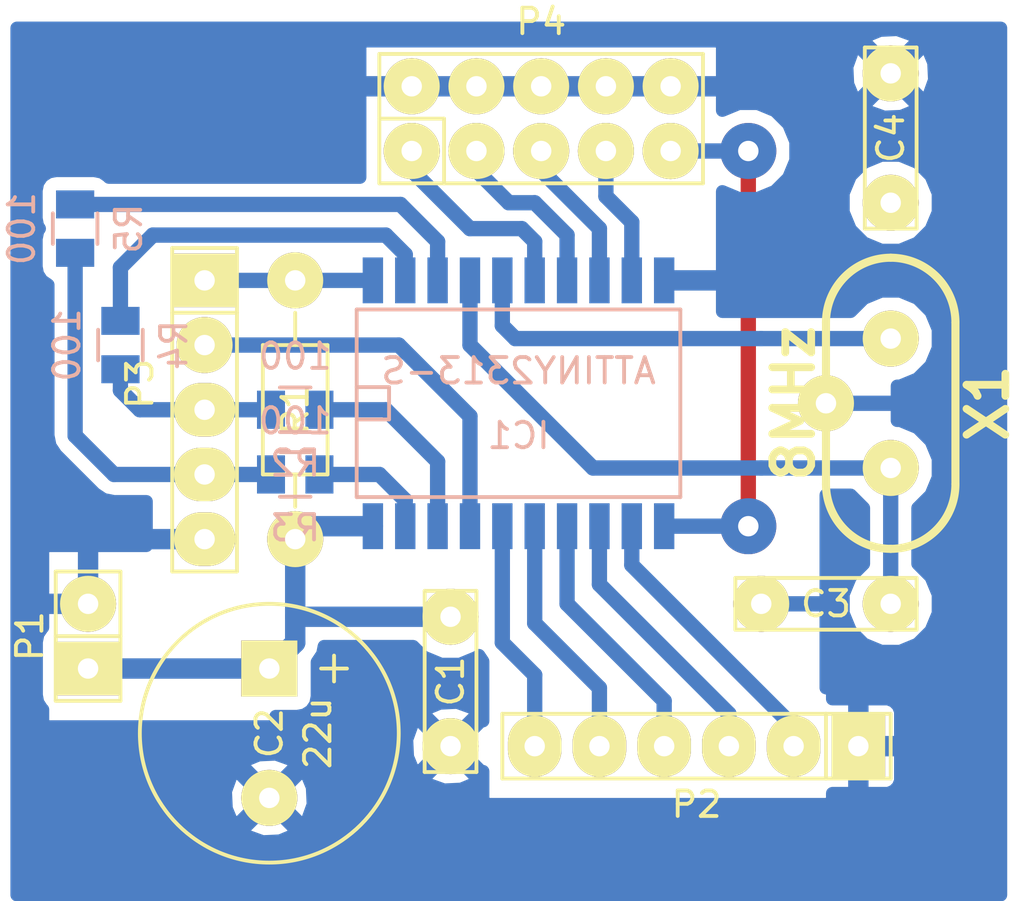
<source format=kicad_pcb>
(kicad_pcb (version 4) (host pcbnew "(2015-12-22 BZR 6403, Git 415c722)-product")

  (general
    (links 42)
    (no_connects 1)
    (area 0 0 0 0)
    (thickness 1.6)
    (drawings 0)
    (tracks 92)
    (zones 0)
    (modules 15)
    (nets 23)
  )

  (page A4)
  (layers
    (0 F.Cu signal)
    (31 B.Cu signal)
    (32 B.Adhes user)
    (33 F.Adhes user)
    (34 B.Paste user)
    (35 F.Paste user)
    (36 B.SilkS user)
    (37 F.SilkS user)
    (38 B.Mask user)
    (39 F.Mask user)
    (40 Dwgs.User user)
    (41 Cmts.User user)
    (42 Eco1.User user)
    (43 Eco2.User user)
    (44 Edge.Cuts user)
    (45 Margin user)
    (46 B.CrtYd user)
    (47 F.CrtYd user)
    (48 B.Fab user)
    (49 F.Fab user)
  )

  (setup
    (last_trace_width 0.6)
    (user_trace_width 0.8)
    (user_trace_width 1)
    (trace_clearance 0.2)
    (zone_clearance 0.508)
    (zone_45_only no)
    (trace_min 0.2)
    (segment_width 0.2)
    (edge_width 0.15)
    (via_size 2.2)
    (via_drill 0.8)
    (via_min_size 0.4)
    (via_min_drill 0.3)
    (uvia_size 0.3)
    (uvia_drill 0.1)
    (uvias_allowed no)
    (uvia_min_size 0.2)
    (uvia_min_drill 0.1)
    (pcb_text_width 0.3)
    (pcb_text_size 1.5 1.5)
    (mod_edge_width 0.15)
    (mod_text_size 1 1)
    (mod_text_width 0.15)
    (pad_size 2.2 2.2)
    (pad_drill 0.8001)
    (pad_to_mask_clearance 0.2)
    (aux_axis_origin 0 0)
    (visible_elements FFFCFF7F)
    (pcbplotparams
      (layerselection 0x00000_80000000)
      (usegerberextensions false)
      (excludeedgelayer true)
      (linewidth 0.100000)
      (plotframeref false)
      (viasonmask false)
      (mode 1)
      (useauxorigin false)
      (hpglpennumber 1)
      (hpglpenspeed 20)
      (hpglpendiameter 15)
      (hpglpenoverlay 2)
      (psnegative false)
      (psa4output false)
      (plotreference true)
      (plotvalue true)
      (plotinvisibletext false)
      (padsonsilk false)
      (subtractmaskfromsilk false)
      (outputformat 5)
      (mirror false)
      (drillshape 1)
      (scaleselection 1)
      (outputdirectory ""))
  )

  (net 0 "")
  (net 1 "Net-(C1-Pad1)")
  (net 2 GND)
  (net 3 "Net-(C3-Pad1)")
  (net 4 "Net-(C4-Pad1)")
  (net 5 "Net-(IC1-Pad12)")
  (net 6 "Net-(IC1-Pad13)")
  (net 7 "Net-(IC1-Pad14)")
  (net 8 "Net-(IC1-Pad15)")
  (net 9 "Net-(IC1-Pad16)")
  (net 10 "Net-(IC1-Pad17)")
  (net 11 "Net-(IC1-Pad18)")
  (net 12 "Net-(IC1-Pad19)")
  (net 13 "Net-(IC1-Pad1)")
  (net 14 "Net-(IC1-Pad2)")
  (net 15 "Net-(IC1-Pad3)")
  (net 16 "Net-(IC1-Pad6)")
  (net 17 "Net-(IC1-Pad7)")
  (net 18 "Net-(IC1-Pad8)")
  (net 19 "Net-(IC1-Pad9)")
  (net 20 "Net-(IC1-Pad11)")
  (net 21 "Net-(P3-Pad3)")
  (net 22 "Net-(P3-Pad4)")

  (net_class Default "This is the default net class."
    (clearance 0.2)
    (trace_width 0.6)
    (via_dia 2.2)
    (via_drill 0.8)
    (uvia_dia 0.3)
    (uvia_drill 0.1)
    (add_net GND)
    (add_net "Net-(C1-Pad1)")
    (add_net "Net-(C3-Pad1)")
    (add_net "Net-(C4-Pad1)")
    (add_net "Net-(IC1-Pad1)")
    (add_net "Net-(IC1-Pad11)")
    (add_net "Net-(IC1-Pad12)")
    (add_net "Net-(IC1-Pad13)")
    (add_net "Net-(IC1-Pad14)")
    (add_net "Net-(IC1-Pad15)")
    (add_net "Net-(IC1-Pad16)")
    (add_net "Net-(IC1-Pad17)")
    (add_net "Net-(IC1-Pad18)")
    (add_net "Net-(IC1-Pad19)")
    (add_net "Net-(IC1-Pad2)")
    (add_net "Net-(IC1-Pad3)")
    (add_net "Net-(IC1-Pad6)")
    (add_net "Net-(IC1-Pad7)")
    (add_net "Net-(IC1-Pad8)")
    (add_net "Net-(IC1-Pad9)")
    (add_net "Net-(P3-Pad3)")
    (add_net "Net-(P3-Pad4)")
  )

  (module Pin_Headers:Pin_Header_Straight_2x05 (layer F.Cu) (tedit 569FFE18) (tstamp 569FFA6D)
    (at 123.444 122.174)
    (descr "Through hole pin header")
    (tags "pin header")
    (path /56A0049B)
    (fp_text reference P4 (at 0 -3.81) (layer F.SilkS)
      (effects (font (size 1 1) (thickness 0.15)))
    )
    (fp_text value EXTRA (at 0 0) (layer F.SilkS) hide
      (effects (font (size 1 1) (thickness 0.15)))
    )
    (fp_line (start -6.35 -2.54) (end 6.35 -2.54) (layer F.SilkS) (width 0.15))
    (fp_line (start 6.35 -2.54) (end 6.35 2.54) (layer F.SilkS) (width 0.15))
    (fp_line (start 6.35 2.54) (end -3.81 2.54) (layer F.SilkS) (width 0.15))
    (fp_line (start -6.35 -2.54) (end -6.35 0) (layer F.SilkS) (width 0.15))
    (fp_line (start -6.35 2.54) (end -3.81 2.54) (layer F.SilkS) (width 0.15))
    (fp_line (start -6.35 0) (end -3.81 0) (layer F.SilkS) (width 0.15))
    (fp_line (start -3.81 0) (end -3.81 2.54) (layer F.SilkS) (width 0.15))
    (fp_line (start -6.35 2.54) (end -6.35 0) (layer F.SilkS) (width 0.15))
    (pad 1 thru_hole circle (at -5.08 1.27) (size 2.2 2.2) (drill 0.8001) (layers *.Cu *.Mask F.SilkS)
      (net 16 "Net-(IC1-Pad6)"))
    (pad 2 thru_hole circle (at -5.08 -1.27) (size 2.2 2.2) (drill 0.8001) (layers *.Cu *.Mask F.SilkS)
      (net 2 GND))
    (pad 3 thru_hole circle (at -2.54 1.27) (size 2.2 2.2) (drill 0.8001) (layers *.Cu *.Mask F.SilkS)
      (net 17 "Net-(IC1-Pad7)"))
    (pad 4 thru_hole circle (at -2.54 -1.27) (size 2.2 2.2) (drill 0.8001) (layers *.Cu *.Mask F.SilkS)
      (net 2 GND))
    (pad 5 thru_hole circle (at 0 1.27) (size 2.2 2.2) (drill 0.8001) (layers *.Cu *.Mask F.SilkS)
      (net 18 "Net-(IC1-Pad8)"))
    (pad 6 thru_hole circle (at 0 -1.27) (size 2.2 2.2) (drill 0.8001) (layers *.Cu *.Mask F.SilkS)
      (net 2 GND))
    (pad 7 thru_hole circle (at 2.54 1.27) (size 2.2 2.2) (drill 0.8001) (layers *.Cu *.Mask F.SilkS)
      (net 19 "Net-(IC1-Pad9)"))
    (pad 8 thru_hole circle (at 2.54 -1.27) (size 2.2 2.2) (drill 0.8001) (layers *.Cu *.Mask F.SilkS)
      (net 2 GND))
    (pad 9 thru_hole circle (at 5.08 1.27) (size 2.2 2.2) (drill 0.8001) (layers *.Cu *.Mask F.SilkS)
      (net 20 "Net-(IC1-Pad11)"))
    (pad 10 thru_hole circle (at 5.08 -1.27) (size 2.2 2.2) (drill 0.8001) (layers *.Cu *.Mask F.SilkS)
      (net 2 GND))
    (model Pin_Headers/Pin_Header_Straight_2x05.wrl
      (at (xyz 0 0 0))
      (scale (xyz 1 1 1))
      (rotate (xyz 0 0 0))
    )
  )

  (module SMD_Packages:SO-20-L (layer B.Cu) (tedit 561BC7C2) (tstamp 560C4919)
    (at 122.555 133.35)
    (descr "Cms SOJ 20 pins large")
    (tags "CMS SOJ")
    (path /560C33C8)
    (attr smd)
    (fp_text reference IC1 (at 0 1.27) (layer B.SilkS)
      (effects (font (size 1 1) (thickness 0.15)) (justify mirror))
    )
    (fp_text value ATTINY2313-S (at 0 -1.27) (layer B.SilkS)
      (effects (font (size 1 1) (thickness 0.15)) (justify mirror))
    )
    (fp_line (start 6.35 -3.683) (end 6.35 3.683) (layer B.SilkS) (width 0.15))
    (fp_line (start -6.35 3.683) (end -6.35 -3.683) (layer B.SilkS) (width 0.15))
    (fp_line (start 6.35 -3.683) (end -6.35 -3.683) (layer B.SilkS) (width 0.15))
    (fp_line (start -6.35 3.683) (end 6.35 3.683) (layer B.SilkS) (width 0.15))
    (fp_line (start -6.35 0.635) (end -5.08 0.635) (layer B.SilkS) (width 0.15))
    (fp_line (start -5.08 0.635) (end -5.08 -0.635) (layer B.SilkS) (width 0.15))
    (fp_line (start -5.08 -0.635) (end -6.35 -0.635) (layer B.SilkS) (width 0.15))
    (pad 11 smd rect (at 5.715 4.826) (size 0.8 1.8) (layers B.Cu B.Paste B.Mask)
      (net 20 "Net-(IC1-Pad11)"))
    (pad 12 smd rect (at 4.445 4.826) (size 0.8 1.8) (layers B.Cu B.Paste B.Mask)
      (net 5 "Net-(IC1-Pad12)"))
    (pad 13 smd rect (at 3.175 4.826) (size 0.8 1.8) (layers B.Cu B.Paste B.Mask)
      (net 6 "Net-(IC1-Pad13)"))
    (pad 14 smd rect (at 1.905 4.826) (size 0.8 1.8) (layers B.Cu B.Paste B.Mask)
      (net 7 "Net-(IC1-Pad14)"))
    (pad 15 smd rect (at 0.635 4.826) (size 0.8 1.8) (layers B.Cu B.Paste B.Mask)
      (net 8 "Net-(IC1-Pad15)"))
    (pad 16 smd rect (at -0.635 4.826) (size 0.8 1.8) (layers B.Cu B.Paste B.Mask)
      (net 9 "Net-(IC1-Pad16)"))
    (pad 17 smd rect (at -1.905 4.826) (size 0.8 1.8) (layers B.Cu B.Paste B.Mask)
      (net 10 "Net-(IC1-Pad17)"))
    (pad 18 smd rect (at -3.175 4.826) (size 0.8 1.8) (layers B.Cu B.Paste B.Mask)
      (net 11 "Net-(IC1-Pad18)"))
    (pad 19 smd rect (at -4.445 4.826) (size 0.8 1.8) (layers B.Cu B.Paste B.Mask)
      (net 12 "Net-(IC1-Pad19)"))
    (pad 20 smd rect (at -5.715 4.826) (size 0.8 1.8) (layers B.Cu B.Paste B.Mask)
      (net 1 "Net-(C1-Pad1)"))
    (pad 1 smd rect (at -5.715 -4.826) (size 0.8 1.8) (layers B.Cu B.Paste B.Mask)
      (net 13 "Net-(IC1-Pad1)"))
    (pad 2 smd rect (at -4.445 -4.826) (size 0.8 1.8) (layers B.Cu B.Paste B.Mask)
      (net 14 "Net-(IC1-Pad2)"))
    (pad 3 smd rect (at -3.175 -4.826) (size 0.8 1.8) (layers B.Cu B.Paste B.Mask)
      (net 15 "Net-(IC1-Pad3)"))
    (pad 4 smd rect (at -1.905 -4.826) (size 0.8 1.8) (layers B.Cu B.Paste B.Mask)
      (net 3 "Net-(C3-Pad1)"))
    (pad 5 smd rect (at -0.635 -4.826) (size 0.8 1.8) (layers B.Cu B.Paste B.Mask)
      (net 4 "Net-(C4-Pad1)"))
    (pad 6 smd rect (at 0.635 -4.826) (size 0.8 1.8) (layers B.Cu B.Paste B.Mask)
      (net 16 "Net-(IC1-Pad6)"))
    (pad 7 smd rect (at 1.905 -4.826) (size 0.8 1.8) (layers B.Cu B.Paste B.Mask)
      (net 17 "Net-(IC1-Pad7)"))
    (pad 8 smd rect (at 3.175 -4.826) (size 0.8 1.8) (layers B.Cu B.Paste B.Mask)
      (net 18 "Net-(IC1-Pad8)"))
    (pad 9 smd rect (at 4.445 -4.826) (size 0.8 1.8) (layers B.Cu B.Paste B.Mask)
      (net 19 "Net-(IC1-Pad9)"))
    (pad 10 smd rect (at 5.715 -4.826) (size 0.8 1.8) (layers B.Cu B.Paste B.Mask)
      (net 2 GND))
    (model SMD_Packages/SO-20-L.wrl
      (at (xyz 0 0 0))
      (scale (xyz 0.5 0.6 0.5))
      (rotate (xyz 0 0 0))
    )
  )

  (module Resistors_ThroughHole:Resistor_Horizontal_RM10mm (layer F.Cu) (tedit 561BBAC0) (tstamp 560C494A)
    (at 113.792 133.604 90)
    (descr "Resistor, Axial,  RM 10mm, 1/3W,")
    (tags "Resistor, Axial, RM 10mm, 1/3W,")
    (path /560C6A62)
    (fp_text reference R1 (at 0 0 90) (layer F.SilkS)
      (effects (font (size 1 1) (thickness 0.15)))
    )
    (fp_text value 10k (at 3.81 3.81 90) (layer F.SilkS) hide
      (effects (font (size 1 1) (thickness 0.15)))
    )
    (fp_line (start -2.54 -1.27) (end 2.54 -1.27) (layer F.SilkS) (width 0.15))
    (fp_line (start 2.54 -1.27) (end 2.54 1.27) (layer F.SilkS) (width 0.15))
    (fp_line (start 2.54 1.27) (end -2.54 1.27) (layer F.SilkS) (width 0.15))
    (fp_line (start -2.54 1.27) (end -2.54 -1.27) (layer F.SilkS) (width 0.15))
    (fp_line (start -2.54 0) (end -3.81 0) (layer F.SilkS) (width 0.15))
    (fp_line (start 2.54 0) (end 3.81 0) (layer F.SilkS) (width 0.15))
    (pad 1 thru_hole circle (at -5.08 0 90) (size 2.2 2.2) (drill 0.8001) (layers *.Cu *.Mask F.SilkS)
      (net 1 "Net-(C1-Pad1)"))
    (pad 2 thru_hole circle (at 5.08 0 90) (size 2.2 2.2) (drill 0.8001) (layers *.Cu *.Mask F.SilkS)
      (net 13 "Net-(IC1-Pad1)"))
    (model Resistors_ThroughHole/Resistor_Horizontal_RM10mm.wrl
      (at (xyz 0 0 0))
      (scale (xyz 0.4 0.4 0.4))
      (rotate (xyz 0 0 0))
    )
  )

  (module Capacitors_ThroughHole:Capacitor7.5MMDiscRM5 (layer F.Cu) (tedit 561BBA59) (tstamp 560C48EF)
    (at 119.888 144.272 270)
    (descr "Capacitor 7.5MM Disc RM 5MM")
    (tags C)
    (path /560C6D7B)
    (fp_text reference C1 (at 0 0 270) (layer F.SilkS)
      (effects (font (size 1 1) (thickness 0.15)))
    )
    (fp_text value 100n (at 0 -2.286 270) (layer F.SilkS) hide
      (effects (font (size 1 1) (thickness 0.15)))
    )
    (fp_line (start -3.556 -1.016) (end -3.556 1.016) (layer F.SilkS) (width 0.15))
    (fp_line (start -3.556 1.016) (end 3.556 1.016) (layer F.SilkS) (width 0.15))
    (fp_line (start 3.556 1.016) (end 3.556 -1.016) (layer F.SilkS) (width 0.15))
    (fp_line (start 3.556 -1.016) (end -3.556 -1.016) (layer F.SilkS) (width 0.15))
    (pad 1 thru_hole circle (at -2.54 0 270) (size 2.2 2.2) (drill 0.8001) (layers *.Cu *.Mask F.SilkS)
      (net 1 "Net-(C1-Pad1)"))
    (pad 2 thru_hole circle (at 2.54 0 270) (size 2.2 2.2) (drill 0.8001) (layers *.Cu *.Mask F.SilkS)
      (net 2 GND))
    (model Capacitors_ThroughHole/Capacitor7.5MMDiscRM5.wrl
      (at (xyz 0 0 0))
      (scale (xyz 1 1 1))
      (rotate (xyz 0 0 0))
    )
  )

  (module Capacitors_Elko_ThroughHole:Elko_vert_20x10mm_RM5 (layer F.Cu) (tedit 561BBA99) (tstamp 560C48F5)
    (at 112.776 143.764 270)
    (descr "Electrolytic Capacitor, vertical, diameter 10mm, RM 5mm, radial,")
    (tags "Electrolytic Capacitor, vertical, diameter 10mm, RM 5mm, Elko, Electrolytkondensator, Kondensator gepolt, Durchmesser 10mm, radial,")
    (path /560C6C7E)
    (fp_text reference C2 (at 2.54 0 270) (layer F.SilkS)
      (effects (font (size 1 1) (thickness 0.15)))
    )
    (fp_text value 22u (at 2.54 -1.905 270) (layer F.SilkS)
      (effects (font (size 1 1) (thickness 0.15)))
    )
    (fp_line (start 0 -3.048) (end 0 -2.032) (layer F.SilkS) (width 0.15))
    (fp_line (start -0.508 -2.54) (end 0.508 -2.54) (layer F.SilkS) (width 0.15))
    (fp_line (start -0.508 -2.54) (end 0.508 -2.54) (layer F.Cu) (width 0.15))
    (fp_line (start 0 -3.048) (end 0 -2.032) (layer F.Cu) (width 0.15))
    (fp_circle (center 2.54 0) (end 7.62 0) (layer F.SilkS) (width 0.15))
    (pad 2 thru_hole circle (at 5.08 0 270) (size 2.2 2.2) (drill 0.8001) (layers *.Cu *.Mask F.SilkS)
      (net 2 GND))
    (pad 1 thru_hole rect (at 0 0 270) (size 2.2 2.2) (drill 0.8) (layers *.Cu *.Mask F.SilkS)
      (net 1 "Net-(C1-Pad1)"))
    (model Capacitors_Elko_ThroughHole/Elko_vert_20x10mm_RM5.wrl
      (at (xyz 0 0 0))
      (scale (xyz 1 1 1))
      (rotate (xyz 0 0 0))
    )
  )

  (module Capacitors_ThroughHole:Capacitor7.5MMDiscRM5 (layer F.Cu) (tedit 560C4932) (tstamp 560C48FB)
    (at 134.62 141.224 180)
    (descr "Capacitor 7.5MM Disc RM 5MM")
    (tags C)
    (path /560C6706)
    (fp_text reference C3 (at 0 0 180) (layer F.SilkS)
      (effects (font (size 1 1) (thickness 0.15)))
    )
    (fp_text value 22p (at 0 -2.286 180) (layer F.SilkS) hide
      (effects (font (size 1 1) (thickness 0.15)))
    )
    (fp_line (start -3.556 -1.016) (end -3.556 1.016) (layer F.SilkS) (width 0.15))
    (fp_line (start -3.556 1.016) (end 3.556 1.016) (layer F.SilkS) (width 0.15))
    (fp_line (start 3.556 1.016) (end 3.556 -1.016) (layer F.SilkS) (width 0.15))
    (fp_line (start 3.556 -1.016) (end -3.556 -1.016) (layer F.SilkS) (width 0.15))
    (pad 1 thru_hole circle (at -2.54 0 180) (size 2.2 2.2) (drill 0.8001) (layers *.Cu *.Mask F.SilkS)
      (net 3 "Net-(C3-Pad1)"))
    (pad 2 thru_hole circle (at 2.54 0 180) (size 2.2 2.2) (drill 0.8001) (layers *.Cu *.Mask F.SilkS)
      (net 2 GND))
    (model Capacitors_ThroughHole/Capacitor7.5MMDiscRM5.wrl
      (at (xyz 0 0 0))
      (scale (xyz 1 1 1))
      (rotate (xyz 0 0 0))
    )
  )

  (module Capacitors_ThroughHole:Capacitor7.5MMDiscRM5 (layer F.Cu) (tedit 560C493B) (tstamp 560C4901)
    (at 137.16 122.936 90)
    (descr "Capacitor 7.5MM Disc RM 5MM")
    (tags C)
    (path /560C6654)
    (fp_text reference C4 (at 0 0 90) (layer F.SilkS)
      (effects (font (size 1 1) (thickness 0.15)))
    )
    (fp_text value 22p (at 0 -2.286 90) (layer F.SilkS) hide
      (effects (font (size 1 1) (thickness 0.15)))
    )
    (fp_line (start -3.556 -1.016) (end -3.556 1.016) (layer F.SilkS) (width 0.15))
    (fp_line (start -3.556 1.016) (end 3.556 1.016) (layer F.SilkS) (width 0.15))
    (fp_line (start 3.556 1.016) (end 3.556 -1.016) (layer F.SilkS) (width 0.15))
    (fp_line (start 3.556 -1.016) (end -3.556 -1.016) (layer F.SilkS) (width 0.15))
    (pad 1 thru_hole circle (at -2.54 0 90) (size 2.2 2.2) (drill 0.8001) (layers *.Cu *.Mask F.SilkS)
      (net 4 "Net-(C4-Pad1)"))
    (pad 2 thru_hole circle (at 2.54 0 90) (size 2.2 2.2) (drill 0.8001) (layers *.Cu *.Mask F.SilkS)
      (net 2 GND))
    (model Capacitors_ThroughHole/Capacitor7.5MMDiscRM5.wrl
      (at (xyz 0 0 0))
      (scale (xyz 1 1 1))
      (rotate (xyz 0 0 0))
    )
  )

  (module Pin_Headers:Pin_Header_Straight_1x02 (layer F.Cu) (tedit 561BBA74) (tstamp 560C491F)
    (at 105.664 142.494 90)
    (descr "Through hole pin header")
    (tags "pin header")
    (path /560C6E13)
    (fp_text reference P1 (at 0 -2.286 90) (layer F.SilkS)
      (effects (font (size 1 1) (thickness 0.15)))
    )
    (fp_text value 3.3v (at 0 0 90) (layer F.SilkS) hide
      (effects (font (size 1 1) (thickness 0.15)))
    )
    (fp_line (start 0 -1.27) (end 0 1.27) (layer F.SilkS) (width 0.15))
    (fp_line (start -2.54 -1.27) (end -2.54 1.27) (layer F.SilkS) (width 0.15))
    (fp_line (start -2.54 1.27) (end 0 1.27) (layer F.SilkS) (width 0.15))
    (fp_line (start 0 1.27) (end 2.54 1.27) (layer F.SilkS) (width 0.15))
    (fp_line (start 2.54 1.27) (end 2.54 -1.27) (layer F.SilkS) (width 0.15))
    (fp_line (start 2.54 -1.27) (end -2.54 -1.27) (layer F.SilkS) (width 0.15))
    (pad 1 thru_hole rect (at -1.27 0 90) (size 2.1 2.5) (drill 0.8) (layers *.Cu *.Mask F.SilkS)
      (net 1 "Net-(C1-Pad1)"))
    (pad 2 thru_hole circle (at 1.27 0 90) (size 2.2 2.2) (drill 0.8001) (layers *.Cu *.Mask F.SilkS)
      (net 2 GND))
    (model Pin_Headers/Pin_Header_Straight_1x02.wrl
      (at (xyz 0 0 0))
      (scale (xyz 1 1 1))
      (rotate (xyz 0 0 0))
    )
  )

  (module Pin_Headers:Pin_Header_Straight_1x06 (layer F.Cu) (tedit 561BBA37) (tstamp 560C4929)
    (at 129.54 146.812 180)
    (descr "Through hole pin header")
    (tags "pin header")
    (path /560C60F9)
    (fp_text reference P2 (at 0 -2.286 180) (layer F.SilkS)
      (effects (font (size 1 1) (thickness 0.15)))
    )
    (fp_text value CONTROL (at 0 0 180) (layer F.SilkS) hide
      (effects (font (size 1 1) (thickness 0.15)))
    )
    (fp_line (start -5.08 -1.27) (end 7.62 -1.27) (layer F.SilkS) (width 0.15))
    (fp_line (start 7.62 -1.27) (end 7.62 1.27) (layer F.SilkS) (width 0.15))
    (fp_line (start 7.62 1.27) (end -5.08 1.27) (layer F.SilkS) (width 0.15))
    (fp_line (start -7.62 -1.27) (end -5.08 -1.27) (layer F.SilkS) (width 0.15))
    (fp_line (start -5.08 -1.27) (end -5.08 1.27) (layer F.SilkS) (width 0.15))
    (fp_line (start -7.62 -1.27) (end -7.62 1.27) (layer F.SilkS) (width 0.15))
    (fp_line (start -7.62 1.27) (end -5.08 1.27) (layer F.SilkS) (width 0.15))
    (pad 1 thru_hole rect (at -6.35 0 180) (size 2.1 2.5) (drill 0.8) (layers *.Cu *.Mask F.SilkS)
      (net 2 GND))
    (pad 2 thru_hole oval (at -3.81 0 180) (size 2.1 2.4) (drill 0.8) (layers *.Cu *.Mask F.SilkS)
      (net 5 "Net-(IC1-Pad12)"))
    (pad 3 thru_hole oval (at -1.27 0 180) (size 2.1 2.4) (drill 0.8) (layers *.Cu *.Mask F.SilkS)
      (net 6 "Net-(IC1-Pad13)"))
    (pad 4 thru_hole oval (at 1.27 0 180) (size 2.1 2.4) (drill 0.8) (layers *.Cu *.Mask F.SilkS)
      (net 7 "Net-(IC1-Pad14)"))
    (pad 5 thru_hole oval (at 3.81 0 180) (size 2.1 2.4) (drill 0.8) (layers *.Cu *.Mask F.SilkS)
      (net 8 "Net-(IC1-Pad15)"))
    (pad 6 thru_hole oval (at 6.35 0 180) (size 2.1 2.4) (drill 0.8) (layers *.Cu *.Mask F.SilkS)
      (net 9 "Net-(IC1-Pad16)"))
    (model Pin_Headers/Pin_Header_Straight_1x06.wrl
      (at (xyz 0 0 0))
      (scale (xyz 1 1 1))
      (rotate (xyz 0 0 0))
    )
  )

  (module Pin_Headers:Pin_Header_Straight_1x05 (layer F.Cu) (tedit 561BC449) (tstamp 560C4932)
    (at 110.236 133.604 270)
    (descr "Through hole pin header")
    (tags "pin header")
    (path /560C3E46)
    (fp_text reference P3 (at -1.016 2.54 270) (layer F.SilkS)
      (effects (font (size 1 1) (thickness 0.15)))
    )
    (fp_text value PI (at 0 0 270) (layer F.SilkS) hide
      (effects (font (size 1 1) (thickness 0.15)))
    )
    (fp_line (start -3.81 -1.27) (end 6.35 -1.27) (layer F.SilkS) (width 0.15))
    (fp_line (start 6.35 -1.27) (end 6.35 1.27) (layer F.SilkS) (width 0.15))
    (fp_line (start 6.35 1.27) (end -3.81 1.27) (layer F.SilkS) (width 0.15))
    (fp_line (start -6.35 -1.27) (end -3.81 -1.27) (layer F.SilkS) (width 0.15))
    (fp_line (start -3.81 -1.27) (end -3.81 1.27) (layer F.SilkS) (width 0.15))
    (fp_line (start -6.35 -1.27) (end -6.35 1.27) (layer F.SilkS) (width 0.15))
    (fp_line (start -6.35 1.27) (end -3.81 1.27) (layer F.SilkS) (width 0.15))
    (pad 1 thru_hole rect (at -5.08 0 270) (size 2.1 2.5) (drill 0.8) (layers *.Cu *.Mask F.SilkS)
      (net 13 "Net-(IC1-Pad1)"))
    (pad 2 thru_hole circle (at -2.54 0 270) (size 2.2 2.2) (drill 0.8001) (layers *.Cu *.Mask F.SilkS)
      (net 10 "Net-(IC1-Pad17)"))
    (pad 3 thru_hole oval (at 0 0 270) (size 2.1 2.4) (drill 0.8) (layers *.Cu *.Mask F.SilkS)
      (net 21 "Net-(P3-Pad3)"))
    (pad 4 thru_hole oval (at 2.54 0 270) (size 2.1 2.4) (drill 0.8) (layers *.Cu *.Mask F.SilkS)
      (net 22 "Net-(P3-Pad4)"))
    (pad 5 thru_hole oval (at 5.08 0 270) (size 2.1 2.4) (drill 0.8) (layers *.Cu *.Mask F.SilkS)
      (net 2 GND))
    (model Pin_Headers/Pin_Header_Straight_1x05.wrl
      (at (xyz 0 0 0))
      (scale (xyz 1 1 1))
      (rotate (xyz 0 0 0))
    )
  )

  (module HC-49V_S:HC-49V_S (layer F.Cu) (tedit 561BBAE4) (tstamp 561BB999)
    (at 137.16 133.35 270)
    (descr "Quartz boitier HC-49 Vertical Shielded")
    (tags "QUARTZ DEV")
    (path /560C845C)
    (autoplace_cost180 10)
    (fp_text reference X1 (at 0 -3.81 270) (layer F.SilkS)
      (effects (font (thickness 0.3048)))
    )
    (fp_text value 8MHz (at 0 3.81 270) (layer F.SilkS)
      (effects (font (thickness 0.3048)))
    )
    (fp_line (start -3.175 2.54) (end 3.175 2.54) (layer F.SilkS) (width 0.3175))
    (fp_line (start -3.175 -2.54) (end 3.175 -2.54) (layer F.SilkS) (width 0.3175))
    (fp_arc (start 3.175 0) (end 3.175 -2.54) (angle 90) (layer F.SilkS) (width 0.3175))
    (fp_arc (start 3.175 0) (end 5.715 0) (angle 90) (layer F.SilkS) (width 0.3175))
    (fp_arc (start -3.175 0) (end -5.715 0) (angle 90) (layer F.SilkS) (width 0.3175))
    (fp_arc (start -3.175 0) (end -3.175 2.54) (angle 90) (layer F.SilkS) (width 0.3175))
    (pad 1 thru_hole circle (at -2.54 0 270) (size 2.2 2.2) (drill 0.8001) (layers *.Cu *.Mask F.SilkS)
      (net 4 "Net-(C4-Pad1)"))
    (pad 2 thru_hole circle (at 2.54 0 270) (size 2.2 2.2) (drill 0.8001) (layers *.Cu *.Mask F.SilkS)
      (net 3 "Net-(C3-Pad1)"))
    (pad 0 thru_hole circle (at 0 2.54 270) (size 2.2 2.2) (drill 0.8001) (layers *.Cu *.Mask F.SilkS)
      (net 2 GND))
  )

  (module Resistors_SMD:R_0805 (layer B.Cu) (tedit 569FFA4E) (tstamp 569FFA7F)
    (at 113.792 133.604)
    (descr "Resistor SMD 0805, reflow soldering, Vishay (see dcrcw.pdf)")
    (tags "resistor 0805")
    (path /569FFE06)
    (attr smd)
    (fp_text reference R2 (at 0 2.1) (layer B.SilkS)
      (effects (font (size 1 1) (thickness 0.15)) (justify mirror))
    )
    (fp_text value 100 (at 0 -2.1) (layer B.SilkS)
      (effects (font (size 1 1) (thickness 0.15)) (justify mirror))
    )
    (fp_line (start -1.6 1) (end 1.6 1) (layer B.CrtYd) (width 0.05))
    (fp_line (start -1.6 -1) (end 1.6 -1) (layer B.CrtYd) (width 0.05))
    (fp_line (start -1.6 1) (end -1.6 -1) (layer B.CrtYd) (width 0.05))
    (fp_line (start 1.6 1) (end 1.6 -1) (layer B.CrtYd) (width 0.05))
    (fp_line (start 0.6 -0.875) (end -0.6 -0.875) (layer B.SilkS) (width 0.15))
    (fp_line (start -0.6 0.875) (end 0.6 0.875) (layer B.SilkS) (width 0.15))
    (pad 1 smd rect (at -0.95 0) (size 1.1 1.5) (layers B.Cu B.Paste B.Mask)
      (net 21 "Net-(P3-Pad3)"))
    (pad 2 smd rect (at 0.95 0) (size 1.1 1.5) (layers B.Cu B.Paste B.Mask)
      (net 11 "Net-(IC1-Pad18)"))
    (model Resistors_SMD/R_0805.wrl
      (at (xyz 0 0 0))
      (scale (xyz 1 1 1))
      (rotate (xyz 0 0 0))
    )
  )

  (module Resistors_SMD:R_0805 (layer B.Cu) (tedit 5415CDEB) (tstamp 569FFA85)
    (at 113.792 136.144)
    (descr "Resistor SMD 0805, reflow soldering, Vishay (see dcrcw.pdf)")
    (tags "resistor 0805")
    (path /56A00155)
    (attr smd)
    (fp_text reference R3 (at 0 2.1) (layer B.SilkS)
      (effects (font (size 1 1) (thickness 0.15)) (justify mirror))
    )
    (fp_text value 100 (at 0 -2.1) (layer B.SilkS)
      (effects (font (size 1 1) (thickness 0.15)) (justify mirror))
    )
    (fp_line (start -1.6 1) (end 1.6 1) (layer B.CrtYd) (width 0.05))
    (fp_line (start -1.6 -1) (end 1.6 -1) (layer B.CrtYd) (width 0.05))
    (fp_line (start -1.6 1) (end -1.6 -1) (layer B.CrtYd) (width 0.05))
    (fp_line (start 1.6 1) (end 1.6 -1) (layer B.CrtYd) (width 0.05))
    (fp_line (start 0.6 -0.875) (end -0.6 -0.875) (layer B.SilkS) (width 0.15))
    (fp_line (start -0.6 0.875) (end 0.6 0.875) (layer B.SilkS) (width 0.15))
    (pad 1 smd rect (at -0.95 0) (size 1.1 1.5) (layers B.Cu B.Paste B.Mask)
      (net 22 "Net-(P3-Pad4)"))
    (pad 2 smd rect (at 0.95 0) (size 1.1 1.5) (layers B.Cu B.Paste B.Mask)
      (net 12 "Net-(IC1-Pad19)"))
    (model Resistors_SMD/R_0805.wrl
      (at (xyz 0 0 0))
      (scale (xyz 1 1 1))
      (rotate (xyz 0 0 0))
    )
  )

  (module Resistors_SMD:R_0805 (layer B.Cu) (tedit 5415CDEB) (tstamp 569FFA8B)
    (at 106.934 131.064 90)
    (descr "Resistor SMD 0805, reflow soldering, Vishay (see dcrcw.pdf)")
    (tags "resistor 0805")
    (path /56A001B7)
    (attr smd)
    (fp_text reference R4 (at 0 2.1 90) (layer B.SilkS)
      (effects (font (size 1 1) (thickness 0.15)) (justify mirror))
    )
    (fp_text value 100 (at 0 -2.1 90) (layer B.SilkS)
      (effects (font (size 1 1) (thickness 0.15)) (justify mirror))
    )
    (fp_line (start -1.6 1) (end 1.6 1) (layer B.CrtYd) (width 0.05))
    (fp_line (start -1.6 -1) (end 1.6 -1) (layer B.CrtYd) (width 0.05))
    (fp_line (start -1.6 1) (end -1.6 -1) (layer B.CrtYd) (width 0.05))
    (fp_line (start 1.6 1) (end 1.6 -1) (layer B.CrtYd) (width 0.05))
    (fp_line (start 0.6 -0.875) (end -0.6 -0.875) (layer B.SilkS) (width 0.15))
    (fp_line (start -0.6 0.875) (end 0.6 0.875) (layer B.SilkS) (width 0.15))
    (pad 1 smd rect (at -0.95 0 90) (size 1.1 1.5) (layers B.Cu B.Paste B.Mask)
      (net 21 "Net-(P3-Pad3)"))
    (pad 2 smd rect (at 0.95 0 90) (size 1.1 1.5) (layers B.Cu B.Paste B.Mask)
      (net 14 "Net-(IC1-Pad2)"))
    (model Resistors_SMD/R_0805.wrl
      (at (xyz 0 0 0))
      (scale (xyz 1 1 1))
      (rotate (xyz 0 0 0))
    )
  )

  (module Resistors_SMD:R_0805 (layer B.Cu) (tedit 5415CDEB) (tstamp 569FFA91)
    (at 105.156 126.492 90)
    (descr "Resistor SMD 0805, reflow soldering, Vishay (see dcrcw.pdf)")
    (tags "resistor 0805")
    (path /56A00203)
    (attr smd)
    (fp_text reference R5 (at 0 2.1 90) (layer B.SilkS)
      (effects (font (size 1 1) (thickness 0.15)) (justify mirror))
    )
    (fp_text value 100 (at 0 -2.1 90) (layer B.SilkS)
      (effects (font (size 1 1) (thickness 0.15)) (justify mirror))
    )
    (fp_line (start -1.6 1) (end 1.6 1) (layer B.CrtYd) (width 0.05))
    (fp_line (start -1.6 -1) (end 1.6 -1) (layer B.CrtYd) (width 0.05))
    (fp_line (start -1.6 1) (end -1.6 -1) (layer B.CrtYd) (width 0.05))
    (fp_line (start 1.6 1) (end 1.6 -1) (layer B.CrtYd) (width 0.05))
    (fp_line (start 0.6 -0.875) (end -0.6 -0.875) (layer B.SilkS) (width 0.15))
    (fp_line (start -0.6 0.875) (end 0.6 0.875) (layer B.SilkS) (width 0.15))
    (pad 1 smd rect (at -0.95 0 90) (size 1.1 1.5) (layers B.Cu B.Paste B.Mask)
      (net 22 "Net-(P3-Pad4)"))
    (pad 2 smd rect (at 0.95 0 90) (size 1.1 1.5) (layers B.Cu B.Paste B.Mask)
      (net 15 "Net-(IC1-Pad3)"))
    (model Resistors_SMD/R_0805.wrl
      (at (xyz 0 0 0))
      (scale (xyz 1 1 1))
      (rotate (xyz 0 0 0))
    )
  )

  (segment (start 112.776 143.764) (end 105.664 143.764) (width 0.8) (layer B.Cu) (net 1) (status 20))
  (segment (start 116.84 138.176) (end 114.3 138.176) (width 0.8) (layer B.Cu) (net 1))
  (segment (start 114.3 138.176) (end 113.792 138.684) (width 0.6) (layer B.Cu) (net 1) (tstamp 561BBEE7))
  (segment (start 119.888 141.732) (end 113.792 141.732) (width 0.8) (layer B.Cu) (net 1))
  (segment (start 113.792 138.684) (end 113.792 141.732) (width 0.8) (layer B.Cu) (net 1))
  (segment (start 113.792 141.732) (end 113.792 142.748) (width 0.8) (layer B.Cu) (net 1) (tstamp 561BBEE4))
  (segment (start 113.792 142.748) (end 112.776 143.764) (width 0.8) (layer B.Cu) (net 1) (tstamp 561BBED6))
  (segment (start 132.08 141.224) (end 135.128 141.224) (width 0.6) (layer B.Cu) (net 2) (status 400000))
  (segment (start 134.62 133.35) (end 138.684 133.35) (width 0.6) (layer B.Cu) (net 2) (status 400000))
  (segment (start 118.364 120.904) (end 115.57 120.904) (width 0.8) (layer B.Cu) (net 2))
  (segment (start 128.524 120.904) (end 131.572 120.904) (width 0.8) (layer B.Cu) (net 2))
  (segment (start 125.984 120.904) (end 128.524 120.904) (width 0.8) (layer B.Cu) (net 2))
  (segment (start 123.444 120.904) (end 125.984 120.904) (width 0.8) (layer B.Cu) (net 2))
  (segment (start 120.904 120.904) (end 123.444 120.904) (width 0.8) (layer B.Cu) (net 2))
  (segment (start 118.364 120.904) (end 120.904 120.904) (width 0.8) (layer B.Cu) (net 2))
  (segment (start 110.236 138.684) (end 107.696 138.684) (width 0.8) (layer B.Cu) (net 2))
  (segment (start 107.696 138.684) (end 107.442 138.43) (width 0.8) (layer B.Cu) (net 2) (tstamp 569FFCBF))
  (segment (start 105.664 141.224) (end 103.886 141.224) (width 0.8) (layer B.Cu) (net 2) (status 10))
  (segment (start 105.664 141.224) (end 105.664 138.43) (width 0.8) (layer B.Cu) (net 2) (status 10))
  (segment (start 128.27 128.524) (end 131.064 128.524) (width 0.8) (layer B.Cu) (net 2))
  (segment (start 120.65 131.064) (end 120.65 128.524) (width 0.6) (layer B.Cu) (net 3) (tstamp 561BC307))
  (segment (start 125.476 135.89) (end 120.65 131.064) (width 0.6) (layer B.Cu) (net 3) (tstamp 561BC305))
  (segment (start 137.16 141.224) (end 137.16 135.89) (width 0.6) (layer B.Cu) (net 3))
  (segment (start 132.08 135.89) (end 125.476 135.89) (width 0.6) (layer B.Cu) (net 3) (status 10))
  (segment (start 132.08 135.89) (end 137.16 135.89) (width 0.6) (layer B.Cu) (net 3) (status 10))
  (segment (start 132.08 130.81) (end 122.428 130.81) (width 0.6) (layer B.Cu) (net 4) (status 10))
  (segment (start 122.428 130.81) (end 121.92 130.302) (width 0.6) (layer B.Cu) (net 4) (tstamp 561BC30B))
  (segment (start 137.16 130.81) (end 132.08 130.81) (width 0.6) (layer B.Cu) (net 4) (status 20))
  (segment (start 121.92 130.302) (end 121.92 128.524) (width 0.6) (layer B.Cu) (net 4) (tstamp 561BC30C))
  (segment (start 127 138.176) (end 127 139.7) (width 0.6) (layer B.Cu) (net 5))
  (segment (start 133.35 146.05) (end 133.35 146.812) (width 0.6) (layer B.Cu) (net 5) (tstamp 561BBF07))
  (segment (start 127 139.7) (end 133.35 146.05) (width 0.6) (layer B.Cu) (net 5) (tstamp 561BBF06))
  (segment (start 125.73 138.176) (end 125.73 140.462) (width 0.6) (layer B.Cu) (net 6))
  (segment (start 130.81 145.542) (end 130.81 146.812) (width 0.6) (layer B.Cu) (net 6) (tstamp 561BBF03))
  (segment (start 125.73 140.462) (end 130.81 145.542) (width 0.6) (layer B.Cu) (net 6) (tstamp 561BBF02))
  (segment (start 124.46 138.176) (end 124.46 141.224) (width 0.6) (layer B.Cu) (net 7))
  (segment (start 128.27 145.034) (end 128.27 146.812) (width 0.6) (layer B.Cu) (net 7) (tstamp 561BBEFF))
  (segment (start 124.46 141.224) (end 128.27 145.034) (width 0.6) (layer B.Cu) (net 7) (tstamp 561BBEFD))
  (segment (start 123.19 138.176) (end 123.19 141.986) (width 0.6) (layer B.Cu) (net 8))
  (segment (start 125.73 144.526) (end 125.73 146.812) (width 0.6) (layer B.Cu) (net 8) (tstamp 561BBEFA))
  (segment (start 123.19 141.986) (end 125.73 144.526) (width 0.6) (layer B.Cu) (net 8) (tstamp 561BBEF9))
  (segment (start 123.19 146.812) (end 123.19 144.018) (width 0.6) (layer B.Cu) (net 9))
  (segment (start 121.92 142.748) (end 121.92 138.176) (width 0.6) (layer B.Cu) (net 9) (tstamp 561BBF33))
  (segment (start 123.19 144.018) (end 121.92 142.748) (width 0.6) (layer B.Cu) (net 9) (tstamp 561BBF32))
  (segment (start 110.236 131.064) (end 117.856 131.064) (width 0.6) (layer B.Cu) (net 10) (status 10))
  (segment (start 117.856 131.064) (end 120.65 133.858) (width 0.6) (layer B.Cu) (net 10) (tstamp 561BBC6D))
  (segment (start 120.65 133.858) (end 120.65 138.176) (width 0.6) (layer B.Cu) (net 10) (tstamp 561BBC6F))
  (segment (start 114.742 133.604) (end 117.348 133.604) (width 0.6) (layer B.Cu) (net 11))
  (segment (start 119.38 135.636) (end 119.38 138.176) (width 0.6) (layer B.Cu) (net 11) (tstamp 569FFCD2))
  (segment (start 117.348 133.604) (end 119.38 135.636) (width 0.6) (layer B.Cu) (net 11) (tstamp 569FFCCF))
  (segment (start 118.11 138.176) (end 118.11 137.16) (width 0.6) (layer B.Cu) (net 12))
  (segment (start 117.094 136.144) (end 114.742 136.144) (width 0.6) (layer B.Cu) (net 12) (tstamp 569FFCCC))
  (segment (start 118.11 137.16) (end 117.094 136.144) (width 0.6) (layer B.Cu) (net 12) (tstamp 569FFCCB))
  (segment (start 113.792 128.524) (end 110.236 128.524) (width 0.6) (layer B.Cu) (net 13) (status 20))
  (segment (start 116.84 128.524) (end 113.792 128.524) (width 0.6) (layer B.Cu) (net 13))
  (segment (start 118.11 128.524) (end 118.11 127.508) (width 0.6) (layer B.Cu) (net 14))
  (segment (start 106.934 128.016) (end 106.934 130.114) (width 0.6) (layer B.Cu) (net 14) (tstamp 569FFBB2))
  (segment (start 108.204 126.746) (end 106.934 128.016) (width 0.6) (layer B.Cu) (net 14) (tstamp 569FFBB0))
  (segment (start 117.348 126.746) (end 108.204 126.746) (width 0.6) (layer B.Cu) (net 14) (tstamp 569FFBAF))
  (segment (start 118.11 127.508) (end 117.348 126.746) (width 0.6) (layer B.Cu) (net 14) (tstamp 569FFBAE))
  (segment (start 105.156 125.542) (end 117.922 125.542) (width 0.6) (layer B.Cu) (net 15))
  (segment (start 119.38 127) (end 119.38 128.524) (width 0.6) (layer B.Cu) (net 15) (tstamp 569FFBAB))
  (segment (start 117.922 125.542) (end 119.38 127) (width 0.6) (layer B.Cu) (net 15) (tstamp 569FFBA7))
  (segment (start 118.364 123.444) (end 118.364 124.206) (width 0.6) (layer B.Cu) (net 16))
  (segment (start 118.364 124.206) (end 120.65 126.492) (width 0.6) (layer B.Cu) (net 16) (tstamp 569FFE83))
  (segment (start 120.65 126.492) (end 122.682 126.492) (width 0.6) (layer B.Cu) (net 16) (tstamp 569FFE84))
  (segment (start 122.682 126.492) (end 123.19 127) (width 0.6) (layer B.Cu) (net 16) (tstamp 569FFE85))
  (segment (start 123.19 127) (end 123.19 128.524) (width 0.6) (layer B.Cu) (net 16) (tstamp 569FFE86))
  (segment (start 120.904 123.444) (end 120.904 124.206) (width 0.6) (layer B.Cu) (net 17))
  (segment (start 120.904 124.206) (end 122.174 125.476) (width 0.6) (layer B.Cu) (net 17) (tstamp 569FFE89))
  (segment (start 122.174 125.476) (end 123.19 125.476) (width 0.6) (layer B.Cu) (net 17) (tstamp 569FFE8A))
  (segment (start 123.19 125.476) (end 124.46 126.746) (width 0.6) (layer B.Cu) (net 17) (tstamp 569FFE8B))
  (segment (start 124.46 126.746) (end 124.46 128.524) (width 0.6) (layer B.Cu) (net 17) (tstamp 569FFE8C))
  (segment (start 123.444 123.444) (end 123.444 124.206) (width 0.6) (layer B.Cu) (net 18))
  (segment (start 123.444 124.206) (end 125.73 126.492) (width 0.6) (layer B.Cu) (net 18) (tstamp 569FFE8F))
  (segment (start 125.73 126.492) (end 125.73 128.524) (width 0.6) (layer B.Cu) (net 18) (tstamp 569FFE90))
  (segment (start 125.984 123.444) (end 125.984 125.222) (width 0.6) (layer B.Cu) (net 19))
  (segment (start 127 126.238) (end 127 128.524) (width 0.6) (layer B.Cu) (net 19) (tstamp 569FFE94))
  (segment (start 125.984 125.222) (end 127 126.238) (width 0.6) (layer B.Cu) (net 19) (tstamp 569FFE93))
  (segment (start 128.524 123.444) (end 131.572 123.444) (width 0.6) (layer B.Cu) (net 20))
  (via (at 131.572 123.444) (size 2.2) (drill 0.8) (layers F.Cu B.Cu) (net 20))
  (segment (start 131.572 138.176) (end 131.572 123.444) (width 0.6) (layer F.Cu) (net 20) (tstamp 569FFDB2))
  (via (at 131.572 138.176) (size 2.2) (drill 0.8) (layers F.Cu B.Cu) (net 20))
  (segment (start 131.572 138.176) (end 128.27 138.176) (width 0.6) (layer B.Cu) (net 20))
  (segment (start 110.236 133.604) (end 112.842 133.604) (width 0.6) (layer B.Cu) (net 21))
  (segment (start 110.236 133.604) (end 107.696 133.604) (width 0.6) (layer B.Cu) (net 21))
  (segment (start 106.934 132.842) (end 106.934 132.014) (width 0.6) (layer B.Cu) (net 21) (tstamp 569FFBA4))
  (segment (start 107.696 133.604) (end 106.934 132.842) (width 0.6) (layer B.Cu) (net 21) (tstamp 569FFBA3))
  (segment (start 112.842 136.144) (end 110.236 136.144) (width 0.6) (layer B.Cu) (net 22))
  (segment (start 110.236 136.144) (end 106.68 136.144) (width 0.6) (layer B.Cu) (net 22))
  (segment (start 105.156 134.62) (end 105.156 127.442) (width 0.6) (layer B.Cu) (net 22) (tstamp 569FFB9C))
  (segment (start 106.68 136.144) (end 105.156 134.62) (width 0.6) (layer B.Cu) (net 22) (tstamp 569FFB97))

  (zone (net 2) (net_name GND) (layer B.Cu) (tstamp 561BC3B2) (hatch edge 0.508)
    (connect_pads (clearance 0.508))
    (min_thickness 0.5)
    (fill yes (arc_segments 16) (thermal_gap 0.35) (thermal_bridge_width 0.8))
    (polygon
      (pts
        (xy 141.732 152.908) (xy 102.616 152.908) (xy 102.616 118.364) (xy 141.732 118.364) (xy 141.732 152.908)
      )
    )
    (polygon
      (pts        (xy 116.586 119.38) (xy 116.586 126.492) (xy 108.204 126.492) (xy 108.204 139.192) (xy 104.14 139.192)
        (xy 104.14 145.796) (xy 112.776 145.796) (xy 112.776 141.732) (xy 121.412 141.732) (xy 121.412 148.844)
        (xy 134.62 148.844) (xy 134.62 144.78) (xy 134.366 144.78) (xy 134.366 135.636) (xy 137.16 135.636)
        (xy 137.16 131.064) (xy 130.302 131.064) (xy 130.302 119.38) (xy 116.586 119.38)
      )
    )
    (filled_polygon
      (pts
        (xy 141.482 152.658) (xy 102.866 152.658) (xy 102.866 150.064596) (xy 111.767536 150.064596) (xy 111.882364 150.32918)
        (xy 112.518742 150.558107) (xy 113.194285 150.526077) (xy 113.669636 150.32918) (xy 113.784464 150.064596) (xy 112.776 149.056132)
        (xy 111.767536 150.064596) (xy 102.866 150.064596) (xy 102.866 148.586742) (xy 111.061893 148.586742) (xy 111.093923 149.262285)
        (xy 111.29082 149.737636) (xy 111.555404 149.852464) (xy 112.563868 148.844) (xy 112.988132 148.844) (xy 113.996596 149.852464)
        (xy 114.26118 149.737636) (xy 114.490107 149.101258) (xy 114.458077 148.425715) (xy 114.295242 148.032596) (xy 118.879536 148.032596)
        (xy 118.994364 148.29718) (xy 119.630742 148.526107) (xy 120.306285 148.494077) (xy 120.781636 148.29718) (xy 120.896464 148.032596)
        (xy 119.888 147.024132) (xy 118.879536 148.032596) (xy 114.295242 148.032596) (xy 114.26118 147.950364) (xy 113.996596 147.835536)
        (xy 112.988132 148.844) (xy 112.563868 148.844) (xy 111.555404 147.835536) (xy 111.29082 147.950364) (xy 111.061893 148.586742)
        (xy 102.866 148.586742) (xy 102.866 147.623404) (xy 111.767536 147.623404) (xy 112.776 148.631868) (xy 113.784464 147.623404)
        (xy 113.669636 147.35882) (xy 113.033258 147.129893) (xy 112.357715 147.161923) (xy 111.882364 147.35882) (xy 111.767536 147.623404)
        (xy 102.866 147.623404) (xy 102.866 146.554742) (xy 118.173893 146.554742) (xy 118.205923 147.230285) (xy 118.40282 147.705636)
        (xy 118.667404 147.820464) (xy 119.675868 146.812) (xy 118.667404 145.803536) (xy 118.40282 145.918364) (xy 118.173893 146.554742)
        (xy 102.866 146.554742) (xy 102.866 124.992) (xy 103.63315 124.992) (xy 103.63315 126.092) (xy 103.686005 126.372898)
        (xy 103.762284 126.491439) (xy 103.69404 126.591318) (xy 103.63315 126.892) (xy 103.63315 127.992) (xy 103.686005 128.272898)
        (xy 103.852015 128.530886) (xy 104.098 128.69896) (xy 104.098 134.62) (xy 104.178535 135.024879) (xy 104.407881 135.368119)
        (xy 105.931881 136.892119) (xy 106.275121 137.121465) (xy 106.68 137.202) (xy 107.954 137.202) (xy 107.954 138.942)
        (xy 104.14 138.942) (xy 104.042736 138.961696) (xy 103.960798 139.017682) (xy 103.907097 139.101136) (xy 103.89 139.192)
        (xy 103.89 142.150436) (xy 103.875114 142.160015) (xy 103.70204 142.413318) (xy 103.64115 142.714) (xy 103.64115 144.814)
        (xy 103.694005 145.094898) (xy 103.860015 145.352886) (xy 103.89 145.373374) (xy 103.89 145.796) (xy 103.909696 145.893264)
        (xy 103.965682 145.975202) (xy 104.049136 146.028903) (xy 104.14 146.046) (xy 112.776 146.046) (xy 112.873264 146.026304)
        (xy 112.955202 145.970318) (xy 113.008903 145.886864) (xy 113.026 145.796) (xy 113.026 145.63685) (xy 113.876 145.63685)
        (xy 114.117522 145.591404) (xy 118.879536 145.591404) (xy 119.888 146.599868) (xy 120.896464 145.591404) (xy 120.781636 145.32682)
        (xy 120.145258 145.097893) (xy 119.469715 145.129923) (xy 118.994364 145.32682) (xy 118.879536 145.591404) (xy 114.117522 145.591404)
        (xy 114.156898 145.583995) (xy 114.414886 145.417985) (xy 114.58796 145.164682) (xy 114.64885 144.864) (xy 114.64885 143.509929)
        (xy 114.861852 143.191147) (xy 114.921755 142.89) (xy 118.418663 142.89) (xy 118.834154 143.306217) (xy 119.5168 143.589676)
        (xy 120.255958 143.590321) (xy 120.939097 143.308054) (xy 121.003357 143.243906) (xy 121.162 143.481331) (xy 121.162 145.826713)
        (xy 121.108596 145.803536) (xy 120.100132 146.812) (xy 121.108596 147.820464) (xy 121.162 147.797287) (xy 121.162 148.844)
        (xy 121.181696 148.941264) (xy 121.237682 149.023202) (xy 121.321136 149.076903) (xy 121.412 149.094) (xy 134.62 149.094)
        (xy 134.717264 149.074304) (xy 134.799202 149.018318) (xy 134.852903 148.934864) (xy 134.87 148.844) (xy 134.87 148.662)
        (xy 135.59 148.662) (xy 135.74 148.512) (xy 135.74 146.962) (xy 136.04 146.962) (xy 136.04 148.512)
        (xy 136.19 148.662) (xy 137.059347 148.662) (xy 137.279872 148.570656) (xy 137.448655 148.401873) (xy 137.54 148.181348)
        (xy 137.54 147.112) (xy 137.39 146.962) (xy 136.04 146.962) (xy 135.74 146.962) (xy 135.72 146.962)
        (xy 135.72 146.662) (xy 135.74 146.662) (xy 135.74 145.112) (xy 136.04 145.112) (xy 136.04 146.662)
        (xy 137.39 146.662) (xy 137.54 146.512) (xy 137.54 145.442652) (xy 137.448655 145.222127) (xy 137.279872 145.053344)
        (xy 137.059347 144.962) (xy 136.19 144.962) (xy 136.04 145.112) (xy 135.74 145.112) (xy 135.59 144.962)
        (xy 134.87 144.962) (xy 134.87 144.78) (xy 134.850304 144.682736) (xy 134.794318 144.600798) (xy 134.710864 144.547097)
        (xy 134.62 144.53) (xy 134.616 144.53) (xy 134.616 136.948) (xy 135.590837 136.948) (xy 136.102 137.460056)
        (xy 136.102 139.654837) (xy 135.585783 140.170154) (xy 135.302324 140.8528) (xy 135.301679 141.591958) (xy 135.583946 142.275097)
        (xy 136.106154 142.798217) (xy 136.7888 143.081676) (xy 137.527958 143.082321) (xy 138.211097 142.800054) (xy 138.734217 142.277846)
        (xy 139.017676 141.5952) (xy 139.018321 140.856042) (xy 138.736054 140.172903) (xy 138.218 139.653944) (xy 138.218 137.459163)
        (xy 138.734217 136.943846) (xy 139.017676 136.2612) (xy 139.018321 135.522042) (xy 138.736054 134.838903) (xy 138.213846 134.315783)
        (xy 137.5312 134.032324) (xy 137.41 134.032218) (xy 137.41 132.668218) (xy 137.527958 132.668321) (xy 138.211097 132.386054)
        (xy 138.734217 131.863846) (xy 139.017676 131.1812) (xy 139.018321 130.442042) (xy 138.736054 129.758903) (xy 138.213846 129.235783)
        (xy 137.5312 128.952324) (xy 136.792042 128.951679) (xy 136.108903 129.233946) (xy 135.589944 129.752) (xy 130.552 129.752)
        (xy 130.552 125.843958) (xy 135.301679 125.843958) (xy 135.583946 126.527097) (xy 136.106154 127.050217) (xy 136.7888 127.333676)
        (xy 137.527958 127.334321) (xy 138.211097 127.052054) (xy 138.734217 126.529846) (xy 139.017676 125.8472) (xy 139.018321 125.108042)
        (xy 138.736054 124.424903) (xy 138.213846 123.901783) (xy 137.5312 123.618324) (xy 136.792042 123.617679) (xy 136.108903 123.899946)
        (xy 135.585783 124.422154) (xy 135.302324 125.1048) (xy 135.301679 125.843958) (xy 130.552 125.843958) (xy 130.552 125.032271)
        (xy 131.2008 125.301676) (xy 131.939958 125.302321) (xy 132.623097 125.020054) (xy 133.146217 124.497846) (xy 133.429676 123.8152)
        (xy 133.430321 123.076042) (xy 133.148054 122.392903) (xy 132.625846 121.869783) (xy 132.016104 121.616596) (xy 136.151536 121.616596)
        (xy 136.266364 121.88118) (xy 136.902742 122.110107) (xy 137.578285 122.078077) (xy 138.053636 121.88118) (xy 138.168464 121.616596)
        (xy 137.16 120.608132) (xy 136.151536 121.616596) (xy 132.016104 121.616596) (xy 131.9432 121.586324) (xy 131.204042 121.585679)
        (xy 130.552 121.855097) (xy 130.552 120.138742) (xy 135.445893 120.138742) (xy 135.477923 120.814285) (xy 135.67482 121.289636)
        (xy 135.939404 121.404464) (xy 136.947868 120.396) (xy 137.372132 120.396) (xy 138.380596 121.404464) (xy 138.64518 121.289636)
        (xy 138.874107 120.653258) (xy 138.842077 119.977715) (xy 138.64518 119.502364) (xy 138.380596 119.387536) (xy 137.372132 120.396)
        (xy 136.947868 120.396) (xy 135.939404 119.387536) (xy 135.67482 119.502364) (xy 135.445893 120.138742) (xy 130.552 120.138742)
        (xy 130.552 119.38) (xy 130.532304 119.282736) (xy 130.476318 119.200798) (xy 130.436855 119.175404) (xy 136.151536 119.175404)
        (xy 137.16 120.183868) (xy 138.168464 119.175404) (xy 138.053636 118.91082) (xy 137.417258 118.681893) (xy 136.741715 118.713923)
        (xy 136.266364 118.91082) (xy 136.151536 119.175404) (xy 130.436855 119.175404) (xy 130.392864 119.147097) (xy 130.302 119.13)
        (xy 116.586 119.13) (xy 116.488736 119.149696) (xy 116.406798 119.205682) (xy 116.353097 119.289136) (xy 116.336 119.38)
        (xy 116.336 124.484) (xy 106.47986 124.484) (xy 106.459985 124.453114) (xy 106.206682 124.28004) (xy 105.906 124.21915)
        (xy 104.406 124.21915) (xy 104.125102 124.272005) (xy 103.867114 124.438015) (xy 103.69404 124.691318) (xy 103.63315 124.992)
        (xy 102.866 124.992) (xy 102.866 118.614) (xy 141.482 118.614)
      )
    )
  )
)

</source>
